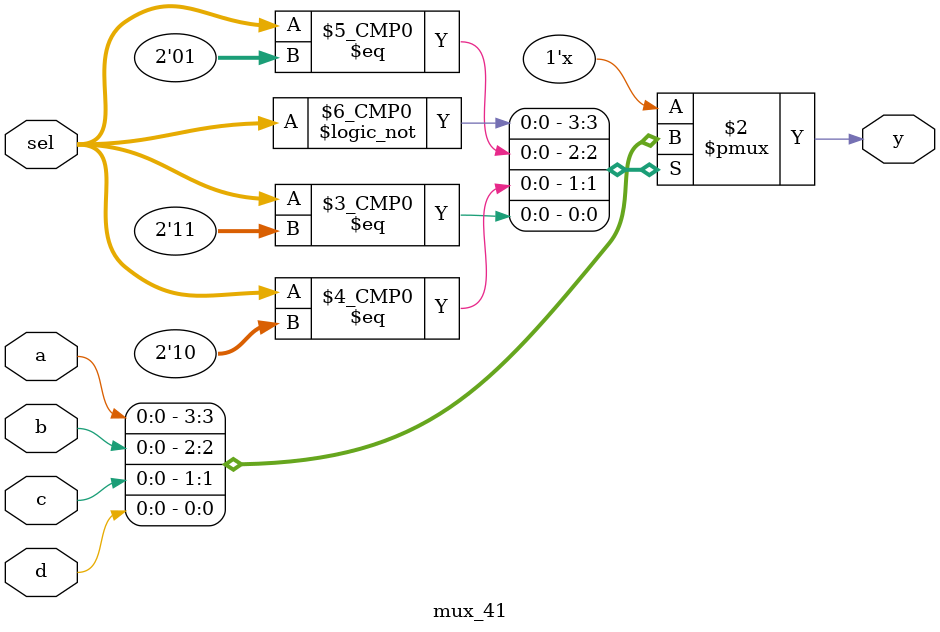
<source format=v>
`timescale 1ns / 1ps


module universal_shift(
    input clk,rst,right,left,
    input [1:0] sel,
    input [3:0] d,
    output [3:0] q
    );
    wire w1,w2,w3,w4;
    mux_41 a1(q[0],q[1],left,d[0],sel,w1);
    mux_41 a2(q[1],q[2],q[0],d[1],sel,w2);
    mux_41 a3(q[2],q[3],q[1],d[2],sel,w3);
    mux_41 a4(q[3],right,q[2],d[3],sel,w4);
    d_flipflop1 a5(w1,clk,rst,q[0]);
    d_flipflop1 a6(w2,clk,rt,q[1]);
    d_flipflop1 a7(w3,clk,rst,q[2]);
    d_flipflop1 a8(w4,clk,rst,q[3]);
endmodule
module mux_41(input a,b,c,d,input [1:0]sel,output reg y);
always @(*)
begin
case(sel)
2'b00:y=a;
2'b01:y=b;
2'b10:y=c;
2'b11:y=d;
endcase
end
endmodule
</source>
